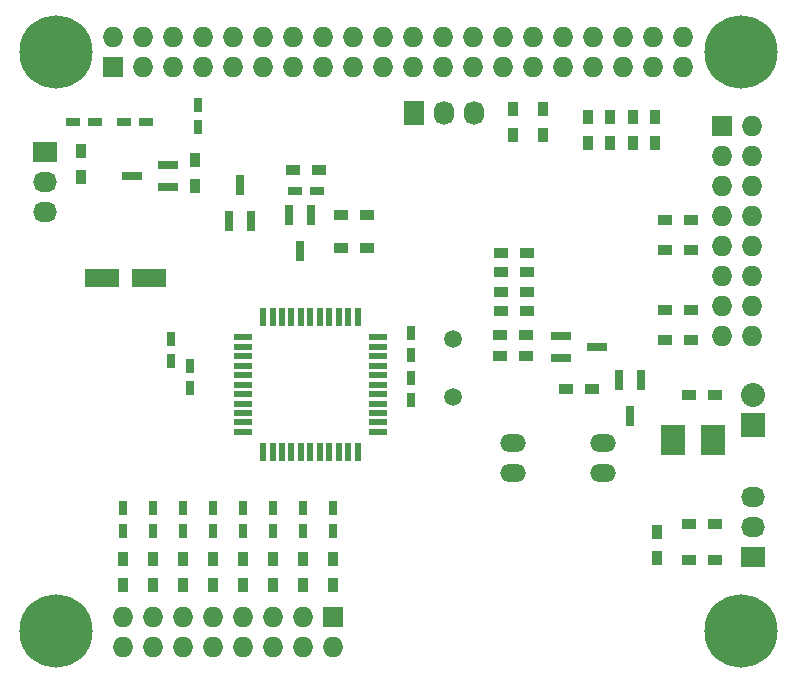
<source format=gts>
G04 #@! TF.FileFunction,Soldermask,Top*
%FSLAX46Y46*%
G04 Gerber Fmt 4.6, Leading zero omitted, Abs format (unit mm)*
G04 Created by KiCad (PCBNEW (2015-05-05 BZR 5645)-product) date ma. 18. mai 2015 kl. 21.53 +0200*
%MOMM*%
G01*
G04 APERTURE LIST*
%ADD10C,0.100000*%
%ADD11R,1.727200X1.727200*%
%ADD12O,1.727200X1.727200*%
%ADD13C,6.200000*%
%ADD14R,1.500000X0.550000*%
%ADD15R,0.550000X1.500000*%
%ADD16R,1.727200X2.032000*%
%ADD17O,1.727200X2.032000*%
%ADD18R,0.750000X1.200000*%
%ADD19R,0.900000X1.200000*%
%ADD20R,1.200000X0.750000*%
%ADD21R,1.800860X0.800100*%
%ADD22R,1.200000X0.900000*%
%ADD23R,0.800100X1.800860*%
%ADD24R,2.000000X2.500000*%
%ADD25R,2.032000X2.032000*%
%ADD26O,2.032000X2.032000*%
%ADD27R,2.032000X1.727200*%
%ADD28O,2.032000X1.727200*%
%ADD29O,2.197100X1.498600*%
%ADD30O,2.194560X1.496060*%
%ADD31R,2.999740X1.501140*%
%ADD32C,1.501140*%
G04 APERTURE END LIST*
D10*
D11*
X66488000Y-61398000D03*
D12*
X66488000Y-58858000D03*
X69028000Y-61398000D03*
X69028000Y-58858000D03*
X71568000Y-61398000D03*
X71568000Y-58858000D03*
X74108000Y-61398000D03*
X74108000Y-58858000D03*
X76648000Y-61398000D03*
X76648000Y-58858000D03*
X79188000Y-61398000D03*
X79188000Y-58858000D03*
X81728000Y-61398000D03*
X81728000Y-58858000D03*
X84268000Y-61398000D03*
X84268000Y-58858000D03*
X86808000Y-61398000D03*
X86808000Y-58858000D03*
X89348000Y-61398000D03*
X89348000Y-58858000D03*
X91888000Y-61398000D03*
X91888000Y-58858000D03*
X94428000Y-61398000D03*
X94428000Y-58858000D03*
X96968000Y-61398000D03*
X96968000Y-58858000D03*
X99508000Y-61398000D03*
X99508000Y-58858000D03*
X102048000Y-61398000D03*
X102048000Y-58858000D03*
X104588000Y-61398000D03*
X104588000Y-58858000D03*
X107128000Y-61398000D03*
X107128000Y-58858000D03*
X109668000Y-61398000D03*
X109668000Y-58858000D03*
X112208000Y-61398000D03*
X112208000Y-58858000D03*
X114748000Y-61398000D03*
X114748000Y-58858000D03*
D13*
X119618000Y-60128000D03*
X119618000Y-109128000D03*
X61618000Y-109128000D03*
X61618000Y-60128000D03*
D14*
X88885000Y-92265000D03*
X88885000Y-91465000D03*
X88885000Y-90665000D03*
X88885000Y-89865000D03*
X88885000Y-89065000D03*
X88885000Y-88265000D03*
X88885000Y-87465000D03*
X88885000Y-86665000D03*
X88885000Y-85865000D03*
X88885000Y-85065000D03*
X88885000Y-84265000D03*
D15*
X87185000Y-82565000D03*
X86385000Y-82565000D03*
X85585000Y-82565000D03*
X84785000Y-82565000D03*
X83985000Y-82565000D03*
X83185000Y-82565000D03*
X82385000Y-82565000D03*
X81585000Y-82565000D03*
X80785000Y-82565000D03*
X79985000Y-82565000D03*
X79185000Y-82565000D03*
D14*
X77485000Y-84265000D03*
X77485000Y-85065000D03*
X77485000Y-85865000D03*
X77485000Y-86665000D03*
X77485000Y-87465000D03*
X77485000Y-88265000D03*
X77485000Y-89065000D03*
X77485000Y-89865000D03*
X77485000Y-90665000D03*
X77485000Y-91465000D03*
X77485000Y-92265000D03*
D15*
X79185000Y-93965000D03*
X79985000Y-93965000D03*
X80785000Y-93965000D03*
X81585000Y-93965000D03*
X82385000Y-93965000D03*
X83185000Y-93965000D03*
X83985000Y-93965000D03*
X84785000Y-93965000D03*
X85585000Y-93965000D03*
X86385000Y-93965000D03*
X87185000Y-93965000D03*
D16*
X91948000Y-65278000D03*
D17*
X94488000Y-65278000D03*
X97028000Y-65278000D03*
D18*
X85090000Y-98745000D03*
X85090000Y-100645000D03*
X82550000Y-98745000D03*
X82550000Y-100645000D03*
X80010000Y-98745000D03*
X80010000Y-100645000D03*
X77470000Y-98745000D03*
X77470000Y-100645000D03*
X74930000Y-98745000D03*
X74930000Y-100645000D03*
X72390000Y-98745000D03*
X72390000Y-100645000D03*
X69850000Y-98745000D03*
X69850000Y-100645000D03*
X67310000Y-98745000D03*
X67310000Y-100645000D03*
X91694000Y-89596000D03*
X91694000Y-87696000D03*
X91694000Y-83886000D03*
X91694000Y-85786000D03*
X73025000Y-86680000D03*
X73025000Y-88580000D03*
X71374000Y-86294000D03*
X71374000Y-84394000D03*
D11*
X85090000Y-107950000D03*
D12*
X85090000Y-110490000D03*
X82550000Y-107950000D03*
X82550000Y-110490000D03*
X80010000Y-107950000D03*
X80010000Y-110490000D03*
X77470000Y-107950000D03*
X77470000Y-110490000D03*
X74930000Y-107950000D03*
X74930000Y-110490000D03*
X72390000Y-107950000D03*
X72390000Y-110490000D03*
X69850000Y-107950000D03*
X69850000Y-110490000D03*
X67310000Y-107950000D03*
X67310000Y-110490000D03*
D19*
X85090000Y-105240000D03*
X85090000Y-103040000D03*
X80010000Y-105240000D03*
X80010000Y-103040000D03*
X74930000Y-105240000D03*
X74930000Y-103040000D03*
X69850000Y-105240000D03*
X69850000Y-103040000D03*
X82550000Y-105240000D03*
X82550000Y-103040000D03*
X77470000Y-105240000D03*
X77470000Y-103040000D03*
X72390000Y-105240000D03*
X72390000Y-103040000D03*
X67310000Y-105240000D03*
X67310000Y-103040000D03*
X102870000Y-64940000D03*
X102870000Y-67140000D03*
X100330000Y-64940000D03*
X100330000Y-67140000D03*
D20*
X81854000Y-71882000D03*
X83754000Y-71882000D03*
D21*
X71097140Y-71562000D03*
X71097140Y-69662000D03*
X68094860Y-70612000D03*
D19*
X63754000Y-70696000D03*
X63754000Y-68496000D03*
X73406000Y-71458000D03*
X73406000Y-69258000D03*
D22*
X85768000Y-76708000D03*
X87968000Y-76708000D03*
D23*
X76266000Y-74399140D03*
X78166000Y-74399140D03*
X77216000Y-71396860D03*
X83246000Y-73936860D03*
X81346000Y-73936860D03*
X82296000Y-76939140D03*
D22*
X85768000Y-73914000D03*
X87968000Y-73914000D03*
X81704000Y-70104000D03*
X83904000Y-70104000D03*
D24*
X117270000Y-92964000D03*
X113870000Y-92964000D03*
D25*
X120650000Y-91694000D03*
D26*
X120650000Y-89154000D03*
D27*
X120650000Y-102870000D03*
D28*
X120650000Y-100330000D03*
X120650000Y-97790000D03*
D23*
X111186000Y-87906860D03*
X109286000Y-87906860D03*
X110236000Y-90909140D03*
D21*
X104416860Y-84140000D03*
X104416860Y-86040000D03*
X107419140Y-85090000D03*
D22*
X117432000Y-89154000D03*
X115232000Y-89154000D03*
X101430000Y-85852000D03*
X99230000Y-85852000D03*
X117432000Y-100076000D03*
X115232000Y-100076000D03*
D19*
X112522000Y-100754000D03*
X112522000Y-102954000D03*
D22*
X107018000Y-88646000D03*
X104818000Y-88646000D03*
X101430000Y-84074000D03*
X99230000Y-84074000D03*
D27*
X60706000Y-68580000D03*
D28*
X60706000Y-71120000D03*
X60706000Y-73660000D03*
D11*
X118000000Y-66400000D03*
D12*
X120540000Y-66400000D03*
X118000000Y-68940000D03*
X120540000Y-68940000D03*
X118000000Y-71480000D03*
X120540000Y-71480000D03*
X118000000Y-74020000D03*
X120540000Y-74020000D03*
X118000000Y-76560000D03*
X120540000Y-76560000D03*
X118000000Y-79100000D03*
X120540000Y-79100000D03*
X118000000Y-81640000D03*
X120540000Y-81640000D03*
X118000000Y-84180000D03*
X120540000Y-84180000D03*
D19*
X106680000Y-67775000D03*
X106680000Y-65575000D03*
X110490000Y-67775000D03*
X110490000Y-65575000D03*
D22*
X101557000Y-82042000D03*
X99357000Y-82042000D03*
X101557000Y-80391000D03*
X99357000Y-80391000D03*
D19*
X112395000Y-67775000D03*
X112395000Y-65575000D03*
D22*
X115400000Y-74295000D03*
X113200000Y-74295000D03*
X115400000Y-76835000D03*
X113200000Y-76835000D03*
D19*
X108585000Y-67775000D03*
X108585000Y-65575000D03*
D22*
X115400000Y-81915000D03*
X113200000Y-81915000D03*
X115400000Y-84455000D03*
X113200000Y-84455000D03*
X101557000Y-78740000D03*
X99357000Y-78740000D03*
X101557000Y-77089000D03*
X99357000Y-77089000D03*
D20*
X63058000Y-66040000D03*
X64958000Y-66040000D03*
X67376000Y-66040000D03*
X69276000Y-66040000D03*
D29*
X107950000Y-95758000D03*
X107950000Y-93218000D03*
D30*
X100330000Y-93218000D03*
X100330000Y-95758000D03*
D31*
X65565020Y-79248000D03*
X69562980Y-79248000D03*
D18*
X73660000Y-66482000D03*
X73660000Y-64582000D03*
D22*
X117432000Y-103124000D03*
X115232000Y-103124000D03*
D32*
X95250000Y-89308940D03*
X95250000Y-84427060D03*
M02*

</source>
